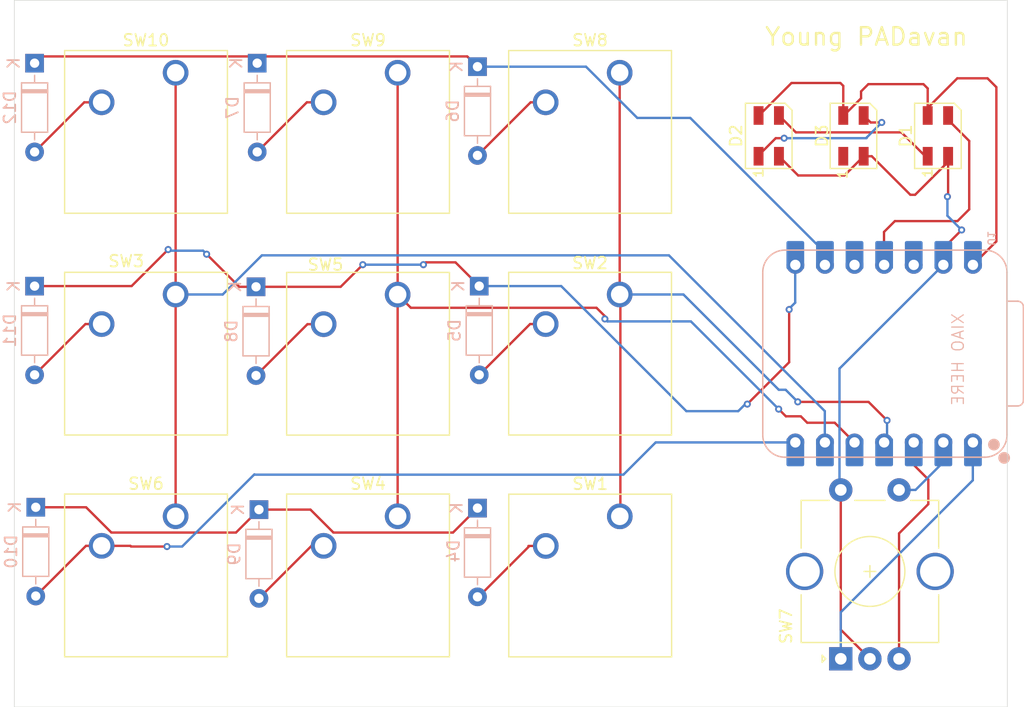
<source format=kicad_pcb>
(kicad_pcb (version 20240108) (generator "pcbnew") (generator_version "8.0")
  (layers (0 "F.Cu" signal) (31 "B.Cu" signal) (34 "B.Paste" user) (35 "F.Paste" user) (36 "B.SilkS" user "B.Silkscreen") (37 "F.SilkS" user "F.Silkscreen") (38 "B.Mask" user) (39 "F.Mask" user) (44 "Edge.Cuts" user))
  (net 0 "")
  (net 1 "Net-(D1-DOUT)")
  (net 2 "Net-(D1-DIN)")
  (net 3 "+5V")
  (net 4 "GND")
  (net 5 "Net-(D2-DOUT)")
  (net 7 "Net-(D4-A)")
  (net 8 "Net-(D10-K)")
  (net 9 "Net-(D5-A)")
  (net 10 "Net-(D11-K)")
  (net 11 "Net-(D12-K)")
  (net 12 "Net-(D6-A)")
  (net 13 "Net-(D7-A)")
  (net 14 "Net-(D8-A)")
  (net 15 "Net-(D9-A)")
  (net 16 "Net-(D10-A)")
  (net 17 "Net-(D11-A)")
  (net 18 "Net-(D12-A)")
  (net 19 "Net-(U1-GPIO29{slash}ADC3{slash}A3)")
  (net 20 "Net-(U1-GPIO7{slash}SCL)")
  (net 21 "Net-(U1-GPIO6{slash}SDA)")
  (net 22 "Net-(U1-GPIO26{slash}ADC0{slash}A0)")
  (net 23 "Net-(U1-GPIO27{slash}ADC1{slash}A1)")
  (net 24 "Net-(U1-GPIO28{slash}ADC2{slash}A2)")
  (footprint "Button_Switch_Keyboard:SW_Cherry_MX_1.00u_PCB" (layer "F.Cu") (at 123.34 39.62)
    (property "Reference" "SW10" (at -2.54 -2.794 0) (layer "F.SilkS"))
    (property "Value" "SW_Push")
    (fp_line (start -9.525 -1.905) (end 4.445 -1.905) (stroke (width 0.12)) (layer "F.SilkS"))
    (fp_line (start -9.525 12.065) (end -9.525 -1.905) (stroke (width 0.12)) (layer "F.SilkS"))
    (fp_line (start 4.445 -1.905) (end 4.445 12.065) (stroke (width 0.12)) (layer "F.SilkS"))
    (fp_line (start 4.445 12.065) (end -9.525 12.065) (stroke (width 0.12)) (layer "F.SilkS"))
    (pad "" np_thru_hole circle (at -7.62 5.08) (size 1.7 1.7) (drill 1.7) (layers "*.Cu" "*.Mask"))
    (pad "" np_thru_hole circle (at -2.54 5.08) (size 4 4) (drill 4) (layers "*.Cu" "*.Mask"))
    (pad "" np_thru_hole circle (at 2.54 5.08) (size 1.7 1.7) (drill 1.7) (layers "*.Cu" "*.Mask"))
    (pad "1" thru_hole circle (at 0 0) (size 2.2 2.2) (drill 1.5) (layers "*.Cu" "*.Mask") (net 20 "Net-(U1-GPIO7{slash}SCL)"))
    (pad "2" thru_hole circle (at -6.35 2.54) (size 2.2 2.2) (drill 1.5) (layers "*.Cu" "*.Mask") (net 18 "Net-(D12-A)"))
  )
  (footprint "Button_Switch_Keyboard:SW_Cherry_MX_1.00u_PCB" (layer "F.Cu") (at 161.44 58.66)
    (property "Reference" "SW2" (at -2.55 -2.7 0) (layer "F.SilkS"))
    (property "Value" "SW_Push")
    (fp_line (start -9.525 -1.905) (end 4.445 -1.905) (stroke (width 0.12)) (layer "F.SilkS"))
    (fp_line (start -9.525 12.065) (end -9.525 -1.905) (stroke (width 0.12)) (layer "F.SilkS"))
    (fp_line (start 4.445 -1.905) (end 4.445 12.065) (stroke (width 0.12)) (layer "F.SilkS"))
    (fp_line (start 4.445 12.065) (end -9.525 12.065) (stroke (width 0.12)) (layer "F.SilkS"))
    (pad "" np_thru_hole circle (at -7.62 5.08) (size 1.7 1.7) (drill 1.7) (layers "*.Cu" "*.Mask"))
    (pad "" np_thru_hole circle (at -2.54 5.08) (size 4 4) (drill 4) (layers "*.Cu" "*.Mask"))
    (pad "" np_thru_hole circle (at 2.54 5.08) (size 1.7 1.7) (drill 1.7) (layers "*.Cu" "*.Mask"))
    (pad "1" thru_hole circle (at 0 0) (size 2.2 2.2) (drill 1.5) (layers "*.Cu" "*.Mask") (net 19 "Net-(U1-GPIO29{slash}ADC3{slash}A3)"))
    (pad "2" thru_hole circle (at -6.35 2.54) (size 2.2 2.2) (drill 1.5) (layers "*.Cu" "*.Mask") (net 9 "Net-(D5-A)"))
  )
  (footprint "LED_SMD:LED_SK6812MINI_PLCC4_3.5x3.5mm_P1.75mm" (layer "F.Cu") (at 181.49875 45.04 90)
    (property "Reference" "D3" (at 0 -2.7 90) (layer "F.SilkS"))
    (property "Value" "SK6812MINI")
    (fp_line (start -2.8 -2) (end 2.8 -2) (stroke (width 0.12)) (layer "F.SilkS"))
    (fp_line (start -2.8 -2) (end -2.8 2) (stroke (width 0.12)) (layer "F.SilkS"))
    (fp_line (start 2.8 1.4) (end 2.8 -2) (stroke (width 0.12)) (layer "F.SilkS"))
    (fp_line (start 2.8 1.4) (end 2.2 2) (stroke (width 0.12)) (layer "F.SilkS"))
    (fp_line (start -2.8 2) (end 2.2 2) (stroke (width 0.12)) (layer "F.SilkS"))
    (fp_text user "1" (at -3.3 -0.925 90) (layer "F.SilkS") (effects (font (size 0.8 0.8))))
    (pad "1" smd rect (at -1.75 -0.875 90) (size 1.6 0.85) (layers "F.Cu" "F.Paste" "F.Mask"))
    (pad "2" smd rect (at -1.75 0.875 90) (size 1.6 0.85) (layers "F.Cu" "F.Paste" "F.Mask") (net 4 "GND"))
    (pad "3" smd rect (at 1.75 0.875 90) (size 1.6 0.85) (layers "F.Cu" "F.Paste" "F.Mask") (net 5 "Net-(D2-DOUT)"))
    (pad "4" smd rect (at 1.75 -0.875 90) (size 1.6 0.85) (layers "F.Cu" "F.Paste" "F.Mask") (net 3 "+5V"))
  )
  (footprint "Button_Switch_Keyboard:SW_Cherry_MX_1.00u_PCB" (layer "F.Cu") (at 161.44 39.62)
    (property "Reference" "SW8" (at -2.54 -2.794 0) (layer "F.SilkS"))
    (property "Value" "SW_Push")
    (fp_line (start -9.525 -1.905) (end 4.445 -1.905) (stroke (width 0.12)) (layer "F.SilkS"))
    (fp_line (start -9.525 12.065) (end -9.525 -1.905) (stroke (width 0.12)) (layer "F.SilkS"))
    (fp_line (start 4.445 -1.905) (end 4.445 12.065) (stroke (width 0.12)) (layer "F.SilkS"))
    (fp_line (start 4.445 12.065) (end -9.525 12.065) (stroke (width 0.12)) (layer "F.SilkS"))
    (pad "" np_thru_hole circle (at -7.62 5.08) (size 1.7 1.7) (drill 1.7) (layers "*.Cu" "*.Mask"))
    (pad "" np_thru_hole circle (at -2.54 5.08) (size 4 4) (drill 4) (layers "*.Cu" "*.Mask"))
    (pad "" np_thru_hole circle (at 2.54 5.08) (size 1.7 1.7) (drill 1.7) (layers "*.Cu" "*.Mask"))
    (pad "1" thru_hole circle (at 0 0) (size 2.2 2.2) (drill 1.5) (layers "*.Cu" "*.Mask") (net 19 "Net-(U1-GPIO29{slash}ADC3{slash}A3)"))
    (pad "2" thru_hole circle (at -6.35 2.54) (size 2.2 2.2) (drill 1.5) (layers "*.Cu" "*.Mask") (net 12 "Net-(D6-A)"))
  )
  (footprint "LED_SMD:LED_SK6812MINI_PLCC4_3.5x3.5mm_P1.75mm" (layer "F.Cu") (at 174.23 45.04 90)
    (property "Reference" "D2" (at 0 -2.80625 90) (layer "F.SilkS"))
    (property "Value" "SK6812MINI")
    (fp_line (start -2.8 -2) (end 2.8 -2) (stroke (width 0.12)) (layer "F.SilkS"))
    (fp_line (start -2.8 -2) (end -2.8 2) (stroke (width 0.12)) (layer "F.SilkS"))
    (fp_line (start 2.8 1.4) (end 2.8 -2) (stroke (width 0.12)) (layer "F.SilkS"))
    (fp_line (start 2.8 1.4) (end 2.2 2) (stroke (width 0.12)) (layer "F.SilkS"))
    (fp_line (start -2.8 2) (end 2.2 2) (stroke (width 0.12)) (layer "F.SilkS"))
    (fp_text user "1" (at -3.2 -0.875 90) (layer "F.SilkS") (effects (font (size 0.8 0.8))))
    (pad "1" smd rect (at -1.75 -0.875 90) (size 1.6 0.85) (layers "F.Cu" "F.Paste" "F.Mask") (net 5 "Net-(D2-DOUT)"))
    (pad "2" smd rect (at -1.75 0.875 90) (size 1.6 0.85) (layers "F.Cu" "F.Paste" "F.Mask") (net 4 "GND"))
    (pad "3" smd rect (at 1.75 0.875 90) (size 1.6 0.85) (layers "F.Cu" "F.Paste" "F.Mask") (net 1 "Net-(D1-DOUT)"))
    (pad "4" smd rect (at 1.75 -0.875 90) (size 1.6 0.85) (layers "F.Cu" "F.Paste" "F.Mask") (net 3 "+5V"))
  )
  (footprint "Button_Switch_Keyboard:SW_Cherry_MX_1.00u_PCB" (layer "F.Cu") (at 123.34 58.66)
    (property "Reference" "SW3" (at -4.24 -2.86 0) (layer "F.SilkS"))
    (property "Value" "SW_Push")
    (fp_line (start -9.525 -1.905) (end 4.445 -1.905) (stroke (width 0.12)) (layer "F.SilkS"))
    (fp_line (start -9.525 12.065) (end -9.525 -1.905) (stroke (width 0.12)) (layer "F.SilkS"))
    (fp_line (start 4.445 -1.905) (end 4.445 12.065) (stroke (width 0.12)) (layer "F.SilkS"))
    (fp_line (start 4.445 12.065) (end -9.525 12.065) (stroke (width 0.12)) (layer "F.SilkS"))
    (pad "" np_thru_hole circle (at -7.62 5.08) (size 1.7 1.7) (drill 1.7) (layers "*.Cu" "*.Mask"))
    (pad "" np_thru_hole circle (at -2.54 5.08) (size 4 4) (drill 4) (layers "*.Cu" "*.Mask"))
    (pad "" np_thru_hole circle (at 2.54 5.08) (size 1.7 1.7) (drill 1.7) (layers "*.Cu" "*.Mask"))
    (pad "1" thru_hole circle (at 0 0) (size 2.2 2.2) (drill 1.5) (layers "*.Cu" "*.Mask") (net 20 "Net-(U1-GPIO7{slash}SCL)"))
    (pad "2" thru_hole circle (at -6.35 2.54) (size 2.2 2.2) (drill 1.5) (layers "*.Cu" "*.Mask") (net 17 "Net-(D11-A)"))
  )
  (footprint "LED_SMD:LED_SK6812MINI_PLCC4_3.5x3.5mm_P1.75mm" (layer "F.Cu") (at 188.743125 45.04 90)
    (property "Reference" "D1" (at 0 -2.75 90) (layer "F.SilkS"))
    (property "Value" "SK6812MINI")
    (fp_line (start -2.8 -2) (end 2.8 -2) (stroke (width 0.12)) (layer "F.SilkS"))
    (fp_line (start -2.8 -2) (end -2.8 2) (stroke (width 0.12)) (layer "F.SilkS"))
    (fp_line (start 2.8 1.4) (end 2.8 -2) (stroke (width 0.12)) (layer "F.SilkS"))
    (fp_line (start 2.8 1.4) (end 2.2 2) (stroke (width 0.12)) (layer "F.SilkS"))
    (fp_line (start -2.8 2) (end 2.2 2) (stroke (width 0.12)) (layer "F.SilkS"))
    (fp_text user "1" (at -3.2 -0.875 90) (layer "F.SilkS") (effects (font (size 0.8 0.8))))
    (pad "1" smd rect (at -1.75 -0.875 90) (size 1.6 0.85) (layers "F.Cu" "F.Paste" "F.Mask") (net 1 "Net-(D1-DOUT)"))
    (pad "2" smd rect (at -1.75 0.875 90) (size 1.6 0.85) (layers "F.Cu" "F.Paste" "F.Mask") (net 4 "GND"))
    (pad "3" smd rect (at 1.75 0.875 90) (size 1.6 0.85) (layers "F.Cu" "F.Paste" "F.Mask") (net 2 "Net-(D1-DIN)"))
    (pad "4" smd rect (at 1.75 -0.875 90) (size 1.6 0.85) (layers "F.Cu" "F.Paste" "F.Mask") (net 3 "+5V"))
  )
  (footprint "Button_Switch_Keyboard:SW_Cherry_MX_1.00u_PCB" (layer "F.Cu") (at 123.34 77.7)
    (property "Reference" "SW6" (at -2.54 -2.794 0) (layer "F.SilkS"))
    (property "Value" "SW_Push")
    (fp_line (start -9.525 -1.905) (end 4.445 -1.905) (stroke (width 0.12)) (layer "F.SilkS"))
    (fp_line (start -9.525 12.065) (end -9.525 -1.905) (stroke (width 0.12)) (layer "F.SilkS"))
    (fp_line (start 4.445 -1.905) (end 4.445 12.065) (stroke (width 0.12)) (layer "F.SilkS"))
    (fp_line (start 4.445 12.065) (end -9.525 12.065) (stroke (width 0.12)) (layer "F.SilkS"))
    (pad "" np_thru_hole circle (at -7.62 5.08) (size 1.7 1.7) (drill 1.7) (layers "*.Cu" "*.Mask"))
    (pad "" np_thru_hole circle (at -2.54 5.08) (size 4 4) (drill 4) (layers "*.Cu" "*.Mask"))
    (pad "" np_thru_hole circle (at 2.54 5.08) (size 1.7 1.7) (drill 1.7) (layers "*.Cu" "*.Mask"))
    (pad "1" thru_hole circle (at 0 0) (size 2.2 2.2) (drill 1.5) (layers "*.Cu" "*.Mask") (net 20 "Net-(U1-GPIO7{slash}SCL)"))
    (pad "2" thru_hole circle (at -6.35 2.54) (size 2.2 2.2) (drill 1.5) (layers "*.Cu" "*.Mask") (net 16 "Net-(D10-A)"))
  )
  (footprint "Button_Switch_Keyboard:SW_Cherry_MX_1.00u_PCB" (layer "F.Cu") (at 142.39 77.7)
    (property "Reference" "SW4" (at -2.54 -2.794 0) (layer "F.SilkS"))
    (property "Value" "SW_Push")
    (fp_line (start -9.525 -1.905) (end 4.445 -1.905) (stroke (width 0.12)) (layer "F.SilkS"))
    (fp_line (start -9.525 12.065) (end -9.525 -1.905) (stroke (width 0.12)) (layer "F.SilkS"))
    (fp_line (start 4.445 -1.905) (end 4.445 12.065) (stroke (width 0.12)) (layer "F.SilkS"))
    (fp_line (start 4.445 12.065) (end -9.525 12.065) (stroke (width 0.12)) (layer "F.SilkS"))
    (pad "" np_thru_hole circle (at -7.62 5.08) (size 1.7 1.7) (drill 1.7) (layers "*.Cu" "*.Mask"))
    (pad "" np_thru_hole circle (at -2.54 5.08) (size 4 4) (drill 4) (layers "*.Cu" "*.Mask"))
    (pad "" np_thru_hole circle (at 2.54 5.08) (size 1.7 1.7) (drill 1.7) (layers "*.Cu" "*.Mask"))
    (pad "1" thru_hole circle (at 0 0) (size 2.2 2.2) (drill 1.5) (layers "*.Cu" "*.Mask") (net 21 "Net-(U1-GPIO6{slash}SDA)"))
    (pad "2" thru_hole circle (at -6.35 2.54) (size 2.2 2.2) (drill 1.5) (layers "*.Cu" "*.Mask") (net 15 "Net-(D9-A)"))
  )
  (footprint "Rotary_Encoder:RotaryEncoder_Alps_EC11E-Switch_Vertical_H20mm_CircularMountingHoles" (layer "F.Cu") (at 180.41 89.94 90)
    (property "Reference" "SW7" (at 2.8 -4.7 90) (layer "F.SilkS"))
    (property "Value" "RotaryEncoder_Switch")
    (fp_line (start 13.6 -3.4) (end 13.6 -1) (stroke (width 0.12)) (layer "F.SilkS"))
    (fp_line (start 9.5 -3.4) (end 13.6 -3.4) (stroke (width 0.12)) (layer "F.SilkS"))
    (fp_line (start 5.5 -3.4) (end 1.4 -3.4) (stroke (width 0.12)) (layer "F.SilkS"))
    (fp_line (start 1.4 -3.4) (end 1.4 8.4) (stroke (width 0.12)) (layer "F.SilkS"))
    (fp_line (start 0.3 -1.6) (end 0 -1.3) (stroke (width 0.12)) (layer "F.SilkS"))
    (fp_line (start -0.3 -1.6) (end 0.3 -1.6) (stroke (width 0.12)) (layer "F.SilkS"))
    (fp_line (start 0 -1.3) (end -0.3 -1.6) (stroke (width 0.12)) (layer "F.SilkS"))
    (fp_line (start 13.6 1.2) (end 13.6 3.8) (stroke (width 0.12)) (layer "F.SilkS"))
    (fp_line (start 7.5 2) (end 7.5 3) (stroke (width 0.12)) (layer "F.SilkS"))
    (fp_line (start 7 2.5) (end 8 2.5) (stroke (width 0.12)) (layer "F.SilkS"))
    (fp_line (start 13.6 6) (end 13.6 8.4) (stroke (width 0.12)) (layer "F.SilkS"))
    (fp_line (start 13.6 8.4) (end 9.5 8.4) (stroke (width 0.12)) (layer "F.SilkS"))
    (fp_line (start 5.5 8.4) (end 1.4 8.4) (stroke (width 0.12)) (layer "F.SilkS"))
    (fp_circle (center 7.5 2.5) (end 10.5 2.5) (stroke (width 0.12)) (fill none) (layer "F.SilkS"))
    (pad "A" thru_hole rect (at 0 0 90) (size 2 2) (drill 1) (layers "*.Cu" "*.Mask") (net 22 "Net-(U1-GPIO26{slash}ADC0{slash}A0)"))
    (pad "B" thru_hole circle (at 0 5 90) (size 2 2) (drill 1) (layers "*.Cu" "*.Mask") (net 24 "Net-(U1-GPIO28{slash}ADC2{slash}A2)"))
    (pad "C" thru_hole circle (at 0 2.5 90) (size 2 2) (drill 1) (layers "*.Cu" "*.Mask") (net 4 "GND"))
    (pad "MP" thru_hole circle (at 7.5 -3.1 90) (size 3.2 3.2) (drill 2.6) (layers "*.Cu" "*.Mask"))
    (pad "MP" thru_hole circle (at 7.5 8.1 90) (size 3.2 3.2) (drill 2.6) (layers "*.Cu" "*.Mask"))
    (pad "S1" thru_hole circle (at 14.5 5 90) (size 2 2) (drill 1) (layers "*.Cu" "*.Mask") (net 23 "Net-(U1-GPIO27{slash}ADC1{slash}A1)"))
    (pad "S2" thru_hole circle (at 14.5 0 90) (size 2 2) (drill 1) (layers "*.Cu" "*.Mask") (net 4 "GND"))
  )
  (footprint "Button_Switch_Keyboard:SW_Cherry_MX_1.00u_PCB" (layer "F.Cu") (at 161.45 77.71)
    (property "Reference" "SW1" (at -2.54 -2.794 0) (layer "F.SilkS"))
    (property "Value" "SW_Push")
    (fp_line (start -9.525 -1.905) (end 4.445 -1.905) (stroke (width 0.12)) (layer "F.SilkS"))
    (fp_line (start -9.525 12.065) (end -9.525 -1.905) (stroke (width 0.12)) (layer "F.SilkS"))
    (fp_line (start 4.445 -1.905) (end 4.445 12.065) (stroke (width 0.12)) (layer "F.SilkS"))
    (fp_line (start 4.445 12.065) (end -9.525 12.065) (stroke (width 0.12)) (layer "F.SilkS"))
    (pad "" np_thru_hole circle (at -7.62 5.08) (size 1.7 1.7) (drill 1.7) (layers "*.Cu" "*.Mask"))
    (pad "" np_thru_hole circle (at -2.54 5.08) (size 4 4) (drill 4) (layers "*.Cu" "*.Mask"))
    (pad "" np_thru_hole circle (at 2.54 5.08) (size 1.7 1.7) (drill 1.7) (layers "*.Cu" "*.Mask"))
    (pad "1" thru_hole circle (at 0 0) (size 2.2 2.2) (drill 1.5) (layers "*.Cu" "*.Mask") (net 19 "Net-(U1-GPIO29{slash}ADC3{slash}A3)"))
    (pad "2" thru_hole circle (at -6.35 2.54) (size 2.2 2.2) (drill 1.5) (layers "*.Cu" "*.Mask") (net 7 "Net-(D4-A)"))
  )
  (footprint "Button_Switch_Keyboard:SW_Cherry_MX_1.00u_PCB" (layer "F.Cu") (at 142.39 58.67)
    (property "Reference" "SW5" (at -6.19 -2.57 0) (layer "F.SilkS"))
    (property "Value" "SW_Push")
    (fp_line (start -9.525 -1.905) (end 4.445 -1.905) (stroke (width 0.12)) (layer "F.SilkS"))
    (fp_line (start -9.525 12.065) (end -9.525 -1.905) (stroke (width 0.12)) (layer "F.SilkS"))
    (fp_line (start 4.445 -1.905) (end 4.445 12.065) (stroke (width 0.12)) (layer "F.SilkS"))
    (fp_line (start 4.445 12.065) (end -9.525 12.065) (stroke (width 0.12)) (layer "F.SilkS"))
    (pad "" np_thru_hole circle (at -7.62 5.08) (size 1.7 1.7) (drill 1.7) (layers "*.Cu" "*.Mask"))
    (pad "" np_thru_hole circle (at -2.54 5.08) (size 4 4) (drill 4) (layers "*.Cu" "*.Mask"))
    (pad "" np_thru_hole circle (at 2.54 5.08) (size 1.7 1.7) (drill 1.7) (layers "*.Cu" "*.Mask"))
    (pad "1" thru_hole circle (at 0 0) (size 2.2 2.2) (drill 1.5) (layers "*.Cu" "*.Mask") (net 21 "Net-(U1-GPIO6{slash}SDA)"))
    (pad "2" thru_hole circle (at -6.35 2.54) (size 2.2 2.2) (drill 1.5) (layers "*.Cu" "*.Mask") (net 14 "Net-(D8-A)"))
  )
  (footprint "Button_Switch_Keyboard:SW_Cherry_MX_1.00u_PCB" (layer "F.Cu") (at 142.39 39.62)
    (property "Reference" "SW9" (at -2.54 -2.794 0) (layer "F.SilkS"))
    (property "Value" "SW_Push")
    (fp_line (start -9.525 -1.905) (end 4.445 -1.905) (stroke (width 0.12)) (layer "F.SilkS"))
    (fp_line (start -9.525 12.065) (end -9.525 -1.905) (stroke (width 0.12)) (layer "F.SilkS"))
    (fp_line (start 4.445 -1.905) (end 4.445 12.065) (stroke (width 0.12)) (layer "F.SilkS"))
    (fp_line (start 4.445 12.065) (end -9.525 12.065) (stroke (width 0.12)) (layer "F.SilkS"))
    (pad "" np_thru_hole circle (at -7.62 5.08) (size 1.7 1.7) (drill 1.7) (layers "*.Cu" "*.Mask"))
    (pad "" np_thru_hole circle (at -2.54 5.08) (size 4 4) (drill 4) (layers "*.Cu" "*.Mask"))
    (pad "" np_thru_hole circle (at 2.54 5.08) (size 1.7 1.7) (drill 1.7) (layers "*.Cu" "*.Mask"))
    (pad "1" thru_hole circle (at 0 0) (size 2.2 2.2) (drill 1.5) (layers "*.Cu" "*.Mask") (net 21 "Net-(U1-GPIO6{slash}SDA)"))
    (pad "2" thru_hole circle (at -6.35 2.54) (size 2.2 2.2) (drill 1.5) (layers "*.Cu" "*.Mask") (net 13 "Net-(D7-A)"))
  )
  (footprint "Diode_THT:D_DO-35_SOD27_P7.62mm_Horizontal" (layer "B.Cu") (at 111.24 38.8 -90)
    (property "Reference" "D12" (at 3.81 2.12 90) (layer "B.SilkS") (effects (justify mirror)))
    (property "Value" "D")
    (fp_line (start 1.69 1.12) (end 5.93 1.12) (stroke (width 0.12)) (layer "B.SilkS"))
    (fp_line (start 5.93 1.12) (end 5.93 -1.12) (stroke (width 0.12)) (layer "B.SilkS"))
    (fp_line (start 1.69 0) (end 1.04 0) (stroke (width 0.12)) (layer "B.SilkS"))
    (fp_line (start 5.93 0) (end 6.58 0) (stroke (width 0.12)) (layer "B.SilkS"))
    (fp_line (start 1.69 -1.12) (end 1.69 1.12) (stroke (width 0.12)) (layer "B.SilkS"))
    (fp_line (start 2.29 -1.12) (end 2.29 1.12) (stroke (width 0.12)) (layer "B.SilkS"))
    (fp_line (start 2.41 -1.12) (end 2.41 1.12) (stroke (width 0.12)) (layer "B.SilkS"))
    (fp_line (start 2.53 -1.12) (end 2.53 1.12) (stroke (width 0.12)) (layer "B.SilkS"))
    (fp_line (start 5.93 -1.12) (end 1.69 -1.12) (stroke (width 0.12)) (layer "B.SilkS"))
    (fp_text user "K" (at 0 1.8 90) (layer "B.SilkS") (effects (justify mirror)))
    (pad "1" thru_hole rect (at 0 0 270) (size 1.6 1.6) (drill 0.8) (layers "*.Cu" "*.Mask") (net 11 "Net-(D12-K)"))
    (pad "2" thru_hole oval (at 7.62 0 270) (size 1.6 1.6) (drill 0.8) (layers "*.Cu" "*.Mask") (net 18 "Net-(D12-A)"))
  )
  (footprint "OPL:XIAO-RP2040-DIP" (layer "B.Cu") (at 184.13 63.74 90)
    (property "Reference" "U1" (at 9.9 9.2 -90) (layer "B.SilkS") (effects (font (size 0.635 0.635) (thickness 0.1016)) (justify mirror)))
    (property "Value" "XIAO-RP2040-DIP")
    (fp_line (start 6.985 -10.414) (end -6.985 -10.414) (stroke (width 0.127)) (layer "B.SilkS"))
    (fp_line (start 8.89 8.636) (end 8.89 -8.509) (stroke (width 0.127)) (layer "B.SilkS"))
    (fp_line (start -8.89 8.636) (end -8.89 -8.509) (stroke (width 0.127)) (layer "B.SilkS"))
    (fp_line (start 4.504 10.541) (end 4.504 11.451) (stroke (width 0.127)) (layer "B.SilkS"))
    (fp_line (start -6.985 10.541) (end 6.985 10.541) (stroke (width 0.1)) (layer "B.SilkS"))
    (fp_line (start -6.985 10.541) (end 6.985 10.541) (stroke (width 0.127)) (layer "B.SilkS"))
    (fp_line (start -4.491272 11.451272) (end -4.495 10.541) (stroke (width 0.127)) (layer "B.SilkS"))
    (fp_line (start 4.004 11.951) (end -3.991272 11.951) (stroke (width 0.127)) (layer "B.SilkS"))
    (fp_arc (start 6.985 -10.414) (mid 8.332038 -9.856038) (end 8.89 -8.509) (stroke (width 0.127)) (layer "B.SilkS"))
    (fp_arc (start -8.89 -8.509) (mid -8.332038 -9.856038) (end -6.985 -10.414) (stroke (width 0.127)) (layer "B.SilkS"))
    (fp_arc (start 8.89 8.636) (mid 8.332038 9.983038) (end 6.985 10.541) (stroke (width 0.127)) (layer "B.SilkS"))
    (fp_arc (start -6.985 10.541) (mid -8.332038 9.983038) (end -8.89 8.636) (stroke (width 0.127)) (layer "B.SilkS"))
    (fp_arc (start 4.504 11.451) (mid 4.357553 11.804553) (end 4.004 11.951) (stroke (width 0.127)) (layer "B.SilkS"))
    (fp_arc (start -3.991272 11.951) (mid -4.344724 11.804644) (end -4.491272 11.451272) (stroke (width 0.127)) (layer "B.SilkS"))
    (fp_circle (center -7.807 9.42) (end -7.807 9.674) (stroke (width 0.5)) (fill solid) (layer "B.SilkS"))
    (fp_circle (center -8.95 10.3) (end -8.95 10.554) (stroke (width 0.5)) (fill solid) (layer "B.SilkS"))
    (pad "1" smd roundrect (at -8.455 7.62 270) (size 2.432 1.524) (layers "B.Cu" "B.Mask") (roundrect_rratio 0.1) (net 22 "Net-(U1-GPIO26{slash}ADC0{slash}A0)"))
    (pad "1" thru_hole circle (at -7.62 7.62 270) (size 1.524 1.524) (drill 0.889) (layers "*.Cu" "*.Mask") (net 22 "Net-(U1-GPIO26{slash}ADC0{slash}A0)"))
    (pad "2" smd roundrect (at -8.455 5.08 270) (size 2.432 1.524) (layers "B.Cu" "B.Mask") (roundrect_rratio 0.1) (net 23 "Net-(U1-GPIO27{slash}ADC1{slash}A1)"))
    (pad "2" thru_hole circle (at -7.62 5.08 270) (size 1.524 1.524) (drill 0.889) (layers "*.Cu" "*.Mask") (net 23 "Net-(U1-GPIO27{slash}ADC1{slash}A1)"))
    (pad "3" smd roundrect (at -8.455 2.54 270) (size 2.432 1.524) (layers "B.Cu" "B.Mask") (roundrect_rratio 0.1) (net 24 "Net-(U1-GPIO28{slash}ADC2{slash}A2)"))
    (pad "3" thru_hole circle (at -7.62 2.54 270) (size 1.524 1.524) (drill 0.889) (layers "*.Cu" "*.Mask") (net 24 "Net-(U1-GPIO28{slash}ADC2{slash}A2)"))
    (pad "4" smd roundrect (at -8.455 0 270) (size 2.432 1.524) (layers "B.Cu" "B.Mask") (roundrect_rratio 0.1) (net 19 "Net-(U1-GPIO29{slash}ADC3{slash}A3)"))
    (pad "4" thru_hole circle (at -7.62 0 270) (size 1.524 1.524) (drill 0.889) (layers "*.Cu" "*.Mask") (net 19 "Net-(U1-GPIO29{slash}ADC3{slash}A3)"))
    (pad "5" smd roundrect (at -8.455 -2.54 270) (size 2.432 1.524) (layers "B.Cu" "B.Mask") (roundrect_rratio 0.1) (net 21 "Net-(U1-GPIO6{slash}SDA)"))
    (pad "5" thru_hole circle (at -7.62 -2.54 270) (size 1.524 1.524) (drill 0.889) (layers "*.Cu" "*.Mask") (net 21 "Net-(U1-GPIO6{slash}SDA)"))
    (pad "6" smd roundrect (at -8.455 -5.08 270) (size 2.432 1.524) (layers "B.Cu" "B.Mask") (roundrect_rratio 0.1) (net 20 "Net-(U1-GPIO7{slash}SCL)"))
    (pad "6" thru_hole circle (at -7.62 -5.08 270) (size 1.524 1.524) (drill 0.889) (layers "*.Cu" "*.Mask") (net 20 "Net-(U1-GPIO7{slash}SCL)"))
    (pad "7" smd roundrect (at -8.455 -7.62 270) (size 2.432 1.524) (layers "B.Cu" "B.Mask") (roundrect_rratio 0.1) (net 16 "Net-(D10-A)"))
    (pad "7" thru_hole circle (at -7.62 -7.62 270) (size 1.524 1.524) (drill 0.889) (layers "*.Cu" "*.Mask") (net 16 "Net-(D10-A)"))
    (pad "8" thru_hole circle (at 7.62 -7.62 90) (size 1.524 1.524) (drill 0.889) (layers "*.Cu" "*.Mask") (net 10 "Net-(D11-K)"))
    (pad "8" smd roundrect (at 8.455 -7.62 90) (size 2.432 1.524) (layers "B.Cu" "B.Mask") (roundrect_rratio 0.1) (net 10 "Net-(D11-K)"))
    (pad "9" thru_hole circle (at 7.62 -5.08 90) (size 1.524 1.524) (drill 0.889) (layers "*.Cu" "*.Mask") (net 11 "Net-(D12-K)"))
    (pad "9" smd roundrect (at 8.455 -5.08 90) (size 2.432 1.524) (layers "B.Cu" "B.Mask") (roundrect_rratio 0.1) (net 11 "Net-(D12-K)"))
    (pad "10" thru_hole circle (at 7.62 -2.54 90) (size 1.524 1.524) (drill 0.889) (layers "*.Cu" "*.Mask"))
    (pad "10" smd roundrect (at 8.455 -2.54 90) (size 2.432 1.524) (layers "B.Cu" "B.Mask") (roundrect_rratio 0.1))
    (pad "11" thru_hole circle (at 7.62 0 90) (size 1.524 1.524) (drill 0.889) (layers "*.Cu" "*.Mask") (net 2 "Net-(D1-DIN)"))
    (pad "11" smd roundrect (at 8.455 0 90) (size 2.432 1.524) (layers "B.Cu" "B.Mask") (roundrect_rratio 0.1) (net 2 "Net-(D1-DIN)"))
    (pad "12" thru_hole circle (at 7.62 2.54 90) (size 1.524 1.524) (drill 0.889) (layers "*.Cu" "*.Mask"))
    (pad "12" smd roundrect (at 8.455 2.54 90) (size 2.432 1.524) (layers "B.Cu" "B.Mask") (roundrect_rratio 0.1))
    (pad "13" thru_hole circle (at 7.62 5.08 90) (size 1.524 1.524) (drill 0.889) (layers "*.Cu" "*.Mask") (net 4 "GND"))
    (pad "13" smd roundrect (at 8.455 5.08 90) (size 2.432 1.524) (layers "B.Cu" "B.Mask") (roundrect_rratio 0.1) (net 4 "GND"))
    (pad "14" thru_hole circle (at 7.62 7.62 90) (size 1.524 1.524) (drill 0.889) (layers "*.Cu" "*.Mask") (net 3 "+5V"))
    (pad "14" smd roundrect (at 8.455 7.62 90) (size 2.432 1.524) (layers "B.Cu" "B.Mask") (roundrect_rratio 0.1) (net 3 "+5V"))
  )
  (footprint "Diode_THT:D_DO-35_SOD27_P7.62mm_Horizontal" (layer "B.Cu") (at 149.24 39.1 -90)
    (property "Reference" "D6" (at 3.81 2.12 90) (layer "B.SilkS") (effects (justify mirror)))
    (property "Value" "D")
    (fp_line (start 1.69 1.12) (end 5.93 1.12) (stroke (width 0.12)) (layer "B.SilkS"))
    (fp_line (start 5.93 1.12) (end 5.93 -1.12) (stroke (width 0.12)) (layer "B.SilkS"))
    (fp_line (start 1.69 0) (end 1.04 0) (stroke (width 0.12)) (layer "B.SilkS"))
    (fp_line (start 5.93 0) (end 6.58 0) (stroke (width 0.12)) (layer "B.SilkS"))
    (fp_line (start 1.69 -1.12) (end 1.69 1.12) (stroke (width 0.12)) (layer "B.SilkS"))
    (fp_line (start 2.29 -1.12) (end 2.29 1.12) (stroke (width 0.12)) (layer "B.SilkS"))
    (fp_line (start 2.41 -1.12) (end 2.41 1.12) (stroke (width 0.12)) (layer "B.SilkS"))
    (fp_line (start 2.53 -1.12) (end 2.53 1.12) (stroke (width 0.12)) (layer "B.SilkS"))
    (fp_line (start 5.93 -1.12) (end 1.69 -1.12) (stroke (width 0.12)) (layer "B.SilkS"))
    (fp_text user "K" (at 0 1.8 90) (layer "B.SilkS") (effects (justify mirror)))
    (pad "1" thru_hole rect (at 0 0 270) (size 1.6 1.6) (drill 0.8) (layers "*.Cu" "*.Mask") (net 11 "Net-(D12-K)"))
    (pad "2" thru_hole oval (at 7.62 0 270) (size 1.6 1.6) (drill 0.8) (layers "*.Cu" "*.Mask") (net 12 "Net-(D6-A)"))
  )
  (footprint "Diode_THT:D_DO-35_SOD27_P7.62mm_Horizontal" (layer "B.Cu") (at 130.49 77.13 -90)
    (property "Reference" "D9" (at 3.81 2.12 90) (layer "B.SilkS") (effects (justify mirror)))
    (property "Value" "D")
    (fp_line (start 1.69 1.12) (end 5.93 1.12) (stroke (width 0.12)) (layer "B.SilkS"))
    (fp_line (start 5.93 1.12) (end 5.93 -1.12) (stroke (width 0.12)) (layer "B.SilkS"))
    (fp_line (start 1.69 0) (end 1.04 0) (stroke (width 0.12)) (layer "B.SilkS"))
    (fp_line (start 5.93 0) (end 6.58 0) (stroke (width 0.12)) (layer "B.SilkS"))
    (fp_line (start 1.69 -1.12) (end 1.69 1.12) (stroke (width 0.12)) (layer "B.SilkS"))
    (fp_line (start 2.29 -1.12) (end 2.29 1.12) (stroke (width 0.12)) (layer "B.SilkS"))
    (fp_line (start 2.41 -1.12) (end 2.41 1.12) (stroke (width 0.12)) (layer "B.SilkS"))
    (fp_line (start 2.53 -1.12) (end 2.53 1.12) (stroke (width 0.12)) (layer "B.SilkS"))
    (fp_line (start 5.93 -1.12) (end 1.69 -1.12) (stroke (width 0.12)) (layer "B.SilkS"))
    (fp_text user "K" (at 0 1.8 90) (layer "B.SilkS") (effects (justify mirror)))
    (pad "1" thru_hole rect (at 0 0 270) (size 1.6 1.6) (drill 0.8) (layers "*.Cu" "*.Mask") (net 8 "Net-(D10-K)"))
    (pad "2" thru_hole oval (at 7.62 0 270) (size 1.6 1.6) (drill 0.8) (layers "*.Cu" "*.Mask") (net 15 "Net-(D9-A)"))
  )
  (footprint "Diode_THT:D_DO-35_SOD27_P7.62mm_Horizontal" (layer "B.Cu") (at 130.24 58 -90)
    (property "Reference" "D8" (at 3.81 2.12 90) (layer "B.SilkS") (effects (justify mirror)))
    (property "Value" "D")
    (fp_line (start 1.69 1.12) (end 5.93 1.12) (stroke (width 0.12)) (layer "B.SilkS"))
    (fp_line (start 5.93 1.12) (end 5.93 -1.12) (stroke (width 0.12)) (layer "B.SilkS"))
    (fp_line (start 1.69 0) (end 1.04 0) (stroke (width 0.12)) (layer "B.SilkS"))
    (fp_line (start 5.93 0) (end 6.58 0) (stroke (width 0.12)) (layer "B.SilkS"))
    (fp_line (start 1.69 -1.12) (end 1.69 1.12) (stroke (width 0.12)) (layer "B.SilkS"))
    (fp_line (start 2.29 -1.12) (end 2.29 1.12) (stroke (width 0.12)) (layer "B.SilkS"))
    (fp_line (start 2.41 -1.12) (end 2.41 1.12) (stroke (width 0.12)) (layer "B.SilkS"))
    (fp_line (start 2.53 -1.12) (end 2.53 1.12) (stroke (width 0.12)) (layer "B.SilkS"))
    (fp_line (start 5.93 -1.12) (end 1.69 -1.12) (stroke (width 0.12)) (layer "B.SilkS"))
    (fp_text user "K" (at 0 1.8 90) (layer "B.SilkS") (effects (justify mirror)))
    (pad "1" thru_hole rect (at 0 0 270) (size 1.6 1.6) (drill 0.8) (layers "*.Cu" "*.Mask") (net 10 "Net-(D11-K)"))
    (pad "2" thru_hole oval (at 7.62 0 270) (size 1.6 1.6) (drill 0.8) (layers "*.Cu" "*.Mask") (net 14 "Net-(D8-A)"))
  )
  (footprint "Diode_THT:D_DO-35_SOD27_P7.62mm_Horizontal" (layer "B.Cu") (at 149.39 57.94 -90)
    (property "Reference" "D5" (at 3.81 2.12 90) (layer "B.SilkS") (effects (justify mirror)))
    (property "Value" "D")
    (fp_line (start 1.69 1.12) (end 5.93 1.12) (stroke (width 0.12)) (layer "B.SilkS"))
    (fp_line (start 5.93 1.12) (end 5.93 -1.12) (stroke (width 0.12)) (layer "B.SilkS"))
    (fp_line (start 1.69 0) (end 1.04 0) (stroke (width 0.12)) (layer "B.SilkS"))
    (fp_line (start 5.93 0) (end 6.58 0) (stroke (width 0.12)) (layer "B.SilkS"))
    (fp_line (start 1.69 -1.12) (end 1.69 1.12) (stroke (width 0.12)) (layer "B.SilkS"))
    (fp_line (start 2.29 -1.12) (end 2.29 1.12) (stroke (width 0.12)) (layer "B.SilkS"))
    (fp_line (start 2.41 -1.12) (end 2.41 1.12) (stroke (width 0.12)) (layer "B.SilkS"))
    (fp_line (start 2.53 -1.12) (end 2.53 1.12) (stroke (width 0.12)) (layer "B.SilkS"))
    (fp_line (start 5.93 -1.12) (end 1.69 -1.12) (stroke (width 0.12)) (layer "B.SilkS"))
    (fp_text user "K" (at 0 1.8 90) (layer "B.SilkS") (effects (justify mirror)))
    (pad "1" thru_hole rect (at 0 0 270) (size 1.6 1.6) (drill 0.8) (layers "*.Cu" "*.Mask") (net 10 "Net-(D11-K)"))
    (pad "2" thru_hole oval (at 7.62 0 270) (size 1.6 1.6) (drill 0.8) (layers "*.Cu" "*.Mask") (net 9 "Net-(D5-A)"))
  )
  (footprint "Diode_THT:D_DO-35_SOD27_P7.62mm_Horizontal" (layer "B.Cu") (at 130.34 38.8 -90)
    (property "Reference" "D7" (at 3.81 2.12 90) (layer "B.SilkS") (effects (justify mirror)))
    (property "Value" "D")
    (fp_line (start 1.69 1.12) (end 5.93 1.12) (stroke (width 0.12)) (layer "B.SilkS"))
    (fp_line (start 5.93 1.12) (end 5.93 -1.12) (stroke (width 0.12)) (layer "B.SilkS"))
    (fp_line (start 1.69 0) (end 1.04 0) (stroke (width 0.12)) (layer "B.SilkS"))
    (fp_line (start 5.93 0) (end 6.58 0) (stroke (width 0.12)) (layer "B.SilkS"))
    (fp_line (start 1.69 -1.12) (end 1.69 1.12) (stroke (width 0.12)) (layer "B.SilkS"))
    (fp_line (start 2.29 -1.12) (end 2.29 1.12) (stroke (width 0.12)) (layer "B.SilkS"))
    (fp_line (start 2.41 -1.12) (end 2.41 1.12) (stroke (width 0.12)) (layer "B.SilkS"))
    (fp_line (start 2.53 -1.12) (end 2.53 1.12) (stroke (width 0.12)) (layer "B.SilkS"))
    (fp_line (start 5.93 -1.12) (end 1.69 -1.12) (stroke (width 0.12)) (layer "B.SilkS"))
    (fp_text user "K" (at 0 1.8 90) (layer "B.SilkS") (effects (justify mirror)))
    (pad "1" thru_hole rect (at 0 0 270) (size 1.6 1.6) (drill 0.8) (layers "*.Cu" "*.Mask") (net 11 "Net-(D12-K)"))
    (pad "2" thru_hole oval (at 7.62 0 270) (size 1.6 1.6) (drill 0.8) (layers "*.Cu" "*.Mask") (net 13 "Net-(D7-A)"))
  )
  (footprint "Diode_THT:D_DO-35_SOD27_P7.62mm_Horizontal" (layer "B.Cu") (at 111.24 57.94 -90)
    (property "Reference" "D11" (at 3.81 2.12 90) (layer "B.SilkS") (effects (justify mirror)))
    (property "Value" "D")
    (fp_line (start 1.69 1.12) (end 5.93 1.12) (stroke (width 0.12)) (layer "B.SilkS"))
    (fp_line (start 5.93 1.12) (end 5.93 -1.12) (stroke (width 0.12)) (layer "B.SilkS"))
    (fp_line (start 1.69 0) (end 1.04 0) (stroke (width 0.12)) (layer "B.SilkS"))
    (fp_line (start 5.93 0) (end 6.58 0) (stroke (width 0.12)) (layer "B.SilkS"))
    (fp_line (start 1.69 -1.12) (end 1.69 1.12) (stroke (width 0.12)) (layer "B.SilkS"))
    (fp_line (start 2.29 -1.12) (end 2.29 1.12) (stroke (width 0.12)) (layer "B.SilkS"))
    (fp_line (start 2.41 -1.12) (end 2.41 1.12) (stroke (width 0.12)) (layer "B.SilkS"))
    (fp_line (start 2.53 -1.12) (end 2.53 1.12) (stroke (width 0.12)) (layer "B.SilkS"))
    (fp_line (start 5.93 -1.12) (end 1.69 -1.12) (stroke (width 0.12)) (layer "B.SilkS"))
    (fp_text user "K" (at 0 1.8 90) (layer "B.SilkS") (effects (justify mirror)))
    (pad "1" thru_hole rect (at 0 0 270) (size 1.6 1.6) (drill 0.8) (layers "*.Cu" "*.Mask") (net 10 "Net-(D11-K)"))
    (pad "2" thru_hole oval (at 7.62 0 270) (size 1.6 1.6) (drill 0.8) (layers "*.Cu" "*.Mask") (net 17 "Net-(D11-A)"))
  )
  (footprint "Diode_THT:D_DO-35_SOD27_P7.62mm_Horizontal" (layer "B.Cu") (at 111.34 76.93 -90)
    (property "Reference" "D10" (at 3.81 2.12 90) (layer "B.SilkS") (effects (justify mirror)))
    (property "Value" "D")
    (fp_line (start 1.69 1.12) (end 5.93 1.12) (stroke (width 0.12)) (layer "B.SilkS"))
    (fp_line (start 5.93 1.12) (end 5.93 -1.12) (stroke (width 0.12)) (layer "B.SilkS"))
    (fp_line (start 1.69 0) (end 1.04 0) (stroke (width 0.12)) (layer "B.SilkS"))
    (fp_line (start 5.93 0) (end 6.58 0) (stroke (width 0.12)) (layer "B.SilkS"))
    (fp_line (start 1.69 -1.12) (end 1.69 1.12) (stroke (width 0.12)) (layer "B.SilkS"))
    (fp_line (start 2.29 -1.12) (end 2.29 1.12) (stroke (width 0.12)) (layer "B.SilkS"))
    (fp_line (start 2.41 -1.12) (end 2.41 1.12) (stroke (width 0.12)) (layer "B.SilkS"))
    (fp_line (start 2.53 -1.12) (end 2.53 1.12) (stroke (width 0.12)) (layer "B.SilkS"))
    (fp_line (start 5.93 -1.12) (end 1.69 -1.12) (stroke (width 0.12)) (layer "B.SilkS"))
    (fp_text user "K" (at 0 1.8 90) (layer "B.SilkS") (effects (justify mirror)))
    (pad "1" thru_hole rect (at 0 0 270) (size 1.6 1.6) (drill 0.8) (layers "*.Cu" "*.Mask") (net 8 "Net-(D10-K)"))
    (pad "2" thru_hole oval (at 7.62 0 270) (size 1.6 1.6) (drill 0.8) (layers "*.Cu" "*.Mask") (net 16 "Net-(D10-A)"))
  )
  (footprint "Diode_THT:D_DO-35_SOD27_P7.62mm_Horizontal" (layer "B.Cu") (at 149.24 77 -90)
    (property "Reference" "D4" (at 3.6825 2.05625 90) (layer "B.SilkS") (effects (justify mirror)))
    (property "Value" "D")
    (fp_line (start 1.69 1.12) (end 5.93 1.12) (stroke (width 0.12)) (layer "B.SilkS"))
    (fp_line (start 5.93 1.12) (end 5.93 -1.12) (stroke (width 0.12)) (layer "B.SilkS"))
    (fp_line (start 1.69 0) (end 1.04 0) (stroke (width 0.12)) (layer "B.SilkS"))
    (fp_line (start 5.93 0) (end 6.58 0) (stroke (width 0.12)) (layer "B.SilkS"))
    (fp_line (start 1.69 -1.12) (end 1.69 1.12) (stroke (width 0.12)) (layer "B.SilkS"))
    (fp_line (start 2.29 -1.12) (end 2.29 1.12) (stroke (width 0.12)) (layer "B.SilkS"))
    (fp_line (start 2.41 -1.12) (end 2.41 1.12) (stroke (width 0.12)) (layer "B.SilkS"))
    (fp_line (start 2.53 -1.12) (end 2.53 1.12) (stroke (width 0.12)) (layer "B.SilkS"))
    (fp_line (start 5.93 -1.12) (end 1.69 -1.12) (stroke (width 0.12)) (layer "B.SilkS"))
    (fp_text user "K" (at 0 1.8 90) (layer "B.SilkS") (effects (justify mirror)))
    (pad "1" thru_hole rect (at 0 0 270) (size 1.6 1.6) (drill 0.8) (layers "*.Cu" "*.Mask") (net 8 "Net-(D10-K)"))
    (pad "2" thru_hole oval (at 7.62 0 270) (size 1.6 1.6) (drill 0.8) (layers "*.Cu" "*.Mask") (net 7 "Net-(D4-A)"))
  )
  (gr_rect (start 109.5 33.4) (end 194.7 94.08) (stroke (width 0.05)) (fill none) (layer "Edge.Cuts"))
  (gr_text "XIAO HERE" (at 191.05 60.2 90) (layer "B.SilkS") (effects (font (size 1 1) (thickness 0.1)) (justify left bottom mirror)))
  (gr_text "Young PADavan" (at 173.8 37.4 0) (layer "F.SilkS") (effects (font (size 1.5 1.5) (thickness 0.2) (bold yes)) (justify left bottom)))
  (segment (start 187.6625 46.79) (end 185.6125 44.74) (width 0.2) (layer "F.Cu") (net 1))
  (segment (start 176.555 44.74) (end 175.105 43.29) (width 0.2) (layer "F.Cu") (net 1))
  (segment (start 185.6125 44.74) (end 176.555 44.74) (width 0.2) (layer "F.Cu") (net 1))
  (segment (start 191.43 45.476875) (end 191.43 51.35) (width 0.2) (layer "F.Cu") (net 2))
  (segment (start 189.618125 43.29) (end 189.618125 43.665) (width 0.2) (layer "F.Cu") (net 2))
  (segment (start 184.12 53.29) (end 184.12 56.12) (width 0.2) (layer "F.Cu") (net 2))
  (segment (start 189.618125 43.665) (end 191.43 45.476875) (width 0.2) (layer "F.Cu") (net 2))
  (segment (start 191.43 51.35) (end 190.42 52.36) (width 0.2) (layer "F.Cu") (net 2))
  (segment (start 190.42 52.36) (end 185.05 52.36) (width 0.2) (layer "F.Cu") (net 2))
  (segment (start 185.05 52.36) (end 184.12 53.29) (width 0.2) (layer "F.Cu") (net 2))
  (segment (start 187.868125 42.6375) (end 190.405625 40.1) (width 0.2) (layer "F.Cu") (net 3))
  (segment (start 187.868125 43.29) (end 187.868125 42.6375) (width 0.2) (layer "F.Cu") (net 3))
  (segment (start 193.76 40.86) (end 193.76 54.1) (width 0.2) (layer "F.Cu") (net 3))
  (segment (start 173.355 43.29) (end 173.355 42.915) (width 0.2) (layer "F.Cu") (net 3))
  (segment (start 190.405625 40.1) (end 193 40.1) (width 0.2) (layer "F.Cu") (net 3))
  (segment (start 187.868125 43.29) (end 187.868125 42.60125) (width 0.2) (layer "F.Cu") (net 3))
  (segment (start 187.5 40.6) (end 187.868125 40.968125) (width 0.2) (layer "F.Cu") (net 3))
  (segment (start 193.76 54.1) (end 191.74 56.12) (width 0.2) (layer "F.Cu") (net 3))
  (segment (start 182.775 40.6) (end 187.5 40.6) (width 0.2) (layer "F.Cu") (net 3))
  (segment (start 180.67375 43.29) (end 182.15 41.81375) (width 0.2) (layer "F.Cu") (net 3))
  (segment (start 180.62375 40.74875) (end 180.62375 43.29) (width 0.2) (layer "F.Cu") (net 3))
  (segment (start 187.868125 40.968125) (end 187.868125 43.29) (width 0.2) (layer "F.Cu") (net 3))
  (segment (start 182.15 41.225) (end 182.775 40.6) (width 0.2) (layer "F.Cu") (net 3))
  (segment (start 173.73125 42.95) (end 176.18125 40.5) (width 0.2) (layer "F.Cu") (net 3))
  (segment (start 193 40.1) (end 193.76 40.86) (width 0.2) (layer "F.Cu") (net 3))
  (segment (start 180.375 40.5) (end 180.62375 40.74875) (width 0.2) (layer "F.Cu") (net 3))
  (segment (start 182.15 41.81375) (end 182.15 41.225) (width 0.2) (layer "F.Cu") (net 3))
  (segment (start 176.18125 40.5) (end 180.375 40.5) (width 0.2) (layer "F.Cu") (net 3))
  (segment (start 189.618125 46.75125) (end 189.618125 46.79) (width 0.2) (layer "F.Cu") (net 4))
  (segment (start 182.91 89.94) (end 182.73 90.12) (width 0.2) (layer "F.Cu") (net 4))
  (segment (start 176.755 48.44) (end 180.72375 48.44) (width 0.2) (layer "F.Cu") (net 4))
  (segment (start 186.38 50.1) (end 186.79 50.1) (width 0.2) (layer "F.Cu") (net 4))
  (segment (start 180.72375 48.44) (end 182.37375 46.79) (width 0.2) (layer "F.Cu") (net 4))
  (segment (start 189.618125 50.201875) (end 189.56 50.26) (width 0.2) (layer "F.Cu") (net 4))
  (segment (start 190.78 53.12) (end 189.2 54.7) (width 0.2) (layer "F.Cu") (net 4))
  (segment (start 180.41 87.44) (end 182.91 89.94) (width 0.2) (layer "F.Cu") (net 4))
  (segment (start 189.618125 47.271875) (end 189.618125 46.79) (width 0.2) (layer "F.Cu") (net 4))
  (segment (start 189.2 54.7) (end 189.2 56.12) (width 0.2) (layer "F.Cu") (net 4))
  (segment (start 183.07 46.79) (end 186.38 50.1) (width 0.2) (layer "F.Cu") (net 4))
  (segment (start 182.37375 46.79) (end 183.07 46.79) (width 0.2) (layer "F.Cu") (net 4))
  (segment (start 189.618125 46.79) (end 189.618125 50.201875) (width 0.2) (layer "F.Cu") (net 4))
  (segment (start 186.79 50.1) (end 189.618125 47.271875) (width 0.2) (layer "F.Cu") (net 4))
  (segment (start 180.41 75.44) (end 180.41 87.44) (width 0.2) (layer "F.Cu") (net 4))
  (segment (start 175.105 46.79) (end 176.755 48.44) (width 0.2) (layer "F.Cu") (net 4))
  (via (at 190.78 53.12) (size 0.6) (drill 0.3) (layers "F.Cu" "B.Cu") (net 4))
  (via (at 189.56 50.26) (size 0.6) (drill 0.3) (layers "F.Cu" "B.Cu") (net 4))
  (segment (start 189.56 50.26) (end 189.56 51.9) (width 0.2) (layer "B.Cu") (net 4))
  (segment (start 180.41 75.44) (end 180.3 75.33) (width 0.2) (layer "B.Cu") (net 4))
  (segment (start 180.3 75.33) (end 180.3 65.02) (width 0.2) (layer "B.Cu") (net 4))
  (segment (start 189.56 51.9) (end 190.78 53.12) (width 0.2) (layer "B.Cu") (net 4))
  (segment (start 180.3 65.02) (end 189.2 56.12) (width 0.2) (layer "B.Cu") (net 4))
  (segment (start 173.355 46.715) (end 173.355 46.79) (width 0.2) (layer "F.Cu") (net 5))
  (segment (start 175.55 45.24) (end 174.83 45.24) (width 0.2) (layer "F.Cu") (net 5))
  (segment (start 183.92375 43.89) (end 182.97375 43.89) (width 0.2) (layer "F.Cu") (net 5))
  (segment (start 174.83 45.24) (end 173.355 46.715) (width 0.2) (layer "F.Cu") (net 5))
  (segment (start 182.97375 43.89) (end 182.37375 43.29) (width 0.2) (layer "F.Cu") (net 5))
  (via (at 183.92375 43.89) (size 0.6) (drill 0.3) (layers "F.Cu" "B.Cu") (net 5))
  (via (at 175.55 45.24) (size 0.6) (drill 0.3) (layers "F.Cu" "B.Cu") (net 5))
  (segment (start 182.62375 45.19) (end 183.92375 43.89) (width 0.2) (layer "B.Cu") (net 5))
  (segment (start 175.55 45.24) (end 182.62375 45.24) (width 0.2) (layer "B.Cu") (net 5))
  (segment (start 155.1 80.25) (end 153.61 80.25) (width 0.2) (layer "F.Cu") (net 7))
  (segment (start 153.66 80.29) (end 149.3 84.65) (width 0.2) (layer "F.Cu") (net 7))
  (segment (start 149.24 77) (end 147.14 79.1) (width 0.2) (layer "F.Cu") (net 8))
  (segment (start 136.879899 79.1) (end 134.909899 77.13) (width 0.2) (layer "F.Cu") (net 8))
  (segment (start 130.49 77.13) (end 128.52 79.1) (width 0.2) (layer "F.Cu") (net 8))
  (segment (start 149.24 77) (end 149.24 77.12) (width 0.2) (layer "F.Cu") (net 8))
  (segment (start 149.24 77.12) (end 149.14 77.22) (width 0.2) (layer "F.Cu") (net 8))
  (segment (start 115.659899 76.93) (end 111.34 76.93) (width 0.2) (layer "F.Cu") (net 8))
  (segment (start 147.14 79.1) (end 136.879899 79.1) (width 0.2) (layer "F.Cu") (net 8))
  (segment (start 134.909899 77.13) (end 130.49 77.13) (width 0.2) (layer "F.Cu") (net 8))
  (segment (start 117.829899 79.1) (end 115.659899 76.93) (width 0.2) (layer "F.Cu") (net 8))
  (segment (start 128.52 79.1) (end 117.829899 79.1) (width 0.2) (layer "F.Cu") (net 8))
  (segment (start 153.75 61.2) (end 149.39 65.56) (width 0.2) (layer "F.Cu") (net 9))
  (segment (start 155.09 61.2) (end 153.75 61.2) (width 0.2) (layer "F.Cu") (net 9))
  (segment (start 175.98 64.48) (end 175.98 59.95) (width 0.2) (layer "F.Cu") (net 10))
  (segment (start 139.4 56.1) (end 137.5 58) (width 0.2) (layer "F.Cu") (net 10))
  (segment (start 137.5 58) (end 130.24 58) (width 0.2) (layer "F.Cu") (net 10))
  (segment (start 122.7 54.8) (end 119.56 57.94) (width 0.2) (layer "F.Cu") (net 10))
  (segment (start 128.8 58) (end 130.24 58) (width 0.2) (layer "F.Cu") (net 10))
  (segment (start 126 55.2) (end 128.8 58) (width 0.2) (layer "F.Cu") (net 10))
  (segment (start 144.6 56.1) (end 144.8 55.9) (width 0.2) (layer "F.Cu") (net 10))
  (segment (start 144.8 55.9) (end 147.35 55.9) (width 0.2) (layer "F.Cu") (net 10))
  (segment (start 172.39 68.07) (end 175.98 64.48) (width 0.2) (layer "F.Cu") (net 10))
  (segment (start 147.35 55.9) (end 149.39 57.94) (width 0.2) (layer "F.Cu") (net 10))
  (segment (start 111.92 57.26) (end 111.24 57.94) (width 0.2) (layer "F.Cu") (net 10))
  (segment (start 119.56 57.94) (end 111.24 57.94) (width 0.2) (layer "F.Cu") (net 10))
  (via (at 172.39 68.07) (size 0.6) (drill 0.3) (layers "F.Cu" "B.Cu") (net 10))
  (via (at 144.6 56.1) (size 0.6) (drill 0.3) (layers "F.Cu" "B.Cu") (net 10))
  (via (at 126 55.2) (size 0.6) (drill 0.3) (layers "F.Cu" "B.Cu") (net 10))
  (via (at 122.7 54.8) (size 0.6) (drill 0.3) (layers "F.Cu" "B.Cu") (net 10))
  (via (at 139.4 56.1) (size 0.6) (drill 0.3) (layers "F.Cu" "B.Cu") (net 10))
  (via (at 175.98 59.95) (size 0.6) (drill 0.3) (layers "F.Cu" "B.Cu") (net 10))
  (segment (start 149.39 57.94) (end 156.423402 57.94) (width 0.2) (layer "B.Cu") (net 10))
  (segment (start 172.22 68.07) (end 172.39 68.07) (width 0.2) (layer "B.Cu") (net 10))
  (segment (start 176.5 59.36) (end 176.5 56.12) (width 0.2) (layer "B.Cu") (net 10))
  (segment (start 167.163402 68.68) (end 171.61 68.68) (width 0.2) (layer "B.Cu") (net 10))
  (segment (start 175.98 59.88) (end 176.5 59.36) (width 0.2) (layer "B.Cu") (net 10))
  (segment (start 122.8 54.9) (end 122.7 54.8) (width 0.2) (layer "B.Cu") (net 10))
  (segment (start 156.423402 57.94) (end 167.163402 68.68) (width 0.2) (layer "B.Cu") (net 10))
  (segment (start 171.61 68.68) (end 172.22 68.07) (width 0.2) (layer "B.Cu") (net 10))
  (segment (start 144.6 56.1) (end 139.4 56.1) (width 0.2) (layer "B.Cu") (net 10))
  (segment (start 175.98 59.95) (end 175.98 59.88) (width 0.2) (layer "B.Cu") (net 10))
  (segment (start 125.7 54.9) (end 122.8 54.9) (width 0.2) (layer "B.Cu") (net 10))
  (segment (start 126 55.2) (end 125.7 54.9) (width 0.2) (layer "B.Cu") (net 10))
  (segment (start 148.36 38.22) (end 130.92 38.22) (width 0.2) (layer "F.Cu") (net 11))
  (segment (start 149.06 39.1) (end 148.94 39.22) (width 0.2) (layer "F.Cu") (net 11))
  (segment (start 111.82 38.22) (end 111.24 38.8) (width 0.2) (layer "F.Cu") (net 11))
  (segment (start 129.76 38.22) (end 111.82 38.22) (width 0.2) (layer "F.Cu") (net 11))
  (segment (start 130.34 38.8) (end 129.76 38.22) (width 0.2) (layer "F.Cu") (net 11))
  (segment (start 130.92 38.22) (end 130.34 38.8) (width 0.2) (layer "F.Cu") (net 11))
  (segment (start 149.24 39.1) (end 148.36 38.22) (width 0.2) (layer "F.Cu") (net 11))
  (segment (start 149.24 39.1) (end 149.06 39.1) (width 0.2) (layer "F.Cu") (net 11))
  (segment (start 149.24 39.1) (end 158.55 39.1) (width 0.2) (layer "B.Cu") (net 11))
  (segment (start 162.95 43.5) (end 167.49763 43.5) (width 0.2) (layer "B.Cu") (net 11))
  (segment (start 167.49763 43.5) (end 179.04 55.04237) (width 0.2) (layer "B.Cu") (net 11))
  (segment (start 158.55 39.1) (end 162.95 43.5) (width 0.2) (layer "B.Cu") (net 11))
  (segment (start 179.04 55.04237) (end 179.04 56.12) (width 0.2) (layer "B.Cu") (net 11))
  (segment (start 155.09 42.16) (end 153.8 42.16) (width 0.2) (layer "F.Cu") (net 12))
  (segment (start 153.8 42.16) (end 149.24 46.72) (width 0.2) (layer "F.Cu") (net 12))
  (segment (start 136.04 42.16) (end 134.6 42.16) (width 0.2) (layer "F.Cu") (net 13))
  (segment (start 134.6 42.16) (end 130.34 46.42) (width 0.2) (layer "F.Cu") (net 13))
  (segment (start 134.65 61.21) (end 130.24 65.62) (width 0.2) (layer "F.Cu") (net 14))
  (segment (start 136.04 61.21) (end 134.65 61.21) (width 0.2) (layer "F.Cu") (net 14))
  (segment (start 136.04 80.24) (end 135 80.24) (width 0.2) (layer "F.Cu") (net 15))
  (segment (start 135 80.24) (end 130.49 84.75) (width 0.2) (layer "F.Cu") (net 15))
  (segment (start 122.6 80.3) (end 119.52 80.3) (width 0.2) (layer "F.Cu") (net 16))
  (segment (start 116.99 80.24) (end 115.65 80.24) (width 0.2) (layer "F.Cu") (net 16))
  (segment (start 115.65 80.24) (end 111.34 84.55) (width 0.2) (layer "F.Cu") (net 16))
  (segment (start 119.52 80.3) (end 119.46 80.24) (width 0.2) (layer "F.Cu") (net 16))
  (segment (start 119.46 80.24) (end 116.99 80.24) (width 0.2) (layer "F.Cu") (net 16))
  (via (at 122.6 80.3) (size 0.6) (drill 0.3) (layers "F.Cu" "B.Cu") (net 16))
  (segment (start 164.53 71.36) (end 176.5 71.36) (width 0.2) (layer "B.Cu") (net 16))
  (segment (start 161.76 74.13) (end 164.53 71.36) (width 0.2) (layer "B.Cu") (net 16))
  (segment (start 123.9 80.3) (end 130.1 74.1) (width 0.2) (layer "B.Cu") (net 16))
  (segment (start 122.6 80.3) (end 123.9 80.3) (width 0.2) (layer "B.Cu") (net 16))
  (segment (start 130.16 74.13) (end 161.76 74.13) (width 0.2) (layer "B.Cu") (net 16))
  (segment (start 115.6 61.2) (end 111.24 65.56) (width 0.2) (layer "F.Cu") (net 17))
  (segment (start 116.99 61.2) (end 115.6 61.2) (width 0.2) (layer "F.Cu") (net 17))
  (segment (start 116.99 42.16) (end 115.5 42.16) (width 0.2) (layer "F.Cu") (net 18))
  (segment (start 115.5 42.16) (end 111.24 46.42) (width 0.2) (layer "F.Cu") (net 18))
  (segment (start 182.79 67.88) (end 184.38 69.47) (width 0.2) (layer "F.Cu") (net 19))
  (segment (start 161.44 58.66) (end 161.44 39.62) (width 0.2) (layer "F.Cu") (net 19))
  (segment (start 161.5 77.75) (end 161.5 58.69) (width 0.2) (layer "F.Cu") (net 19))
  (segment (start 176.72 67.88) (end 182.79 67.88) (width 0.2) (layer "F.Cu") (net 19))
  (via (at 176.72 67.88) (size 0.6) (drill 0.3) (layers "F.Cu" "B.Cu") (net 19))
  (via (at 184.38 69.47) (size 0.6) (drill 0.3) (layers "F.Cu" "B.Cu") (net 19))
  (segment (start 161.44 58.66) (end 166.91 58.66) (width 0.2) (layer "B.Cu") (net 19))
  (segment (start 166.91 58.66) (end 175.09 66.84) (width 0.2) (layer "B.Cu") (net 19))
  (segment (start 175.09 66.84) (end 175.68 66.84) (width 0.2) (layer "B.Cu") (net 19))
  (segment (start 184.38 69.47) (end 184.38 71.1) (width 0.2) (layer "B.Cu") (net 19))
  (segment (start 184.38 71.1) (end 184.12 71.36) (width 0.2) (layer "B.Cu") (net 19))
  (segment (start 175.68 66.84) (end 176.72 67.88) (width 0.2) (layer "B.Cu") (net 19))
  (segment (start 123.34 58.66) (end 123.34 39.62) (width 0.2) (layer "F.Cu") (net 20))
  (segment (start 123.34 77.7) (end 123.34 58.66) (width 0.2) (layer "F.Cu") (net 20))
  (segment (start 123.34 58.66) (end 127.38 58.66) (width 0.2) (layer "B.Cu") (net 20))
  (segment (start 127.38 58.66) (end 130.74 55.3) (width 0.2) (layer "B.Cu") (net 20))
  (segment (start 130.74 55.3) (end 165.665685 55.3) (width 0.2) (layer "B.Cu") (net 20))
  (segment (start 165.665685 55.3) (end 179.04 68.674315) (width 0.2) (layer "B.Cu") (net 20))
  (segment (start 179.04 68.674315) (end 179.04 71.36) (width 0.2) (layer "B.Cu") (net 20))
  (segment (start 179.89 69.67) (end 181.58 71.36) (width 0.2) (layer "F.Cu") (net 21))
  (segment (start 159.45 59.8) (end 143.52 59.8) (width 0.2) (layer "F.Cu") (net 21))
  (segment (start 142.39 58.67) (end 142.39 39.62) (width 0.2) (layer "F.Cu") (net 21))
  (segment (start 175.08 68.5) (end 175.7 69.12) (width 0.2) (layer "F.Cu") (net 21))
  (segment (start 160.17 60.76) (end 160.17 60.52) (width 0.2) (layer "F.Cu") (net 21))
  (segment (start 176.98 69.12) (end 177.53 69.67) (width 0.2) (layer "F.Cu") (net 21))
  (segment (start 175.7 69.12) (end 176.98 69.12) (width 0.2) (layer "F.Cu") (net 21))
  (segment (start 177.53 69.67) (end 179.89 69.67) (width 0.2) (layer "F.Cu") (net 21))
  (segment (start 142.39 77.7) (end 142.39 58.67) (width 0.2) (layer "F.Cu") (net 21))
  (segment (start 160.17 60.52) (end 159.45 59.8) (width 0.2) (layer "F.Cu") (net 21))
  (segment (start 143.52 59.8) (end 142.39 58.67) (width 0.2) (layer "F.Cu") (net 21))
  (via (at 160.17 60.76) (size 0.6) (drill 0.3) (layers "F.Cu" "B.Cu") (net 21))
  (via (at 175.08 68.5) (size 0.6) (drill 0.3) (layers "F.Cu" "B.Cu") (net 21))
  (segment (start 160.38 60.97) (end 167.55 60.97) (width 0.2) (layer "B.Cu") (net 21))
  (segment (start 167.55 60.97) (end 175.08 68.5) (width 0.2) (layer "B.Cu") (net 21))
  (segment (start 160.17 60.76) (end 160.38 60.97) (width 0.2) (layer "B.Cu") (net 21))
  (segment (start 180.41 85.94) (end 191.74 74.61) (width 0.2) (layer "B.Cu") (net 22))
  (segment (start 191.74 74.61) (end 191.74 71.36) (width 0.2) (layer "B.Cu") (net 22))
  (segment (start 180.41 89.94) (end 180.41 85.94) (width 0.2) (layer "B.Cu") (net 22))
  (segment (start 189.2 73.064213) (end 189.2 71.36) (width 0.2) (layer "B.Cu") (net 23))
  (segment (start 184.68 75.62) (end 185.68 74.62) (width 0.2) (layer "B.Cu") (net 23))
  (segment (start 186.824213 75.44) (end 189.2 73.064213) (width 0.2) (layer "B.Cu") (net 23))
  (segment (start 189.2 71.36) (end 189.2 72.8) (width 0.2) (layer "B.Cu") (net 23))
  (segment (start 185.41 75.44) (end 186.824213 75.44) (width 0.2) (layer "B.Cu") (net 23))
  (segment (start 186.66 73.28) (end 186.66 71.36) (width 0.2) (layer "F.Cu") (net 24))
  (segment (start 185.41 89.94) (end 185.41 79.17) (width 0.2) (layer "F.Cu") (net 24))
  (segment (start 187.92 76.66) (end 187.92 74.54) (width 0.2) (layer "F.Cu") (net 24))
  (segment (start 187.92 74.54) (end 186.66 73.28) (width 0.2) (layer "F.Cu") (net 24))
  (segment (start 185.41 79.17) (end 187.92 76.66) (width 0.2) (layer "F.Cu") (net 24))
)
</source>
